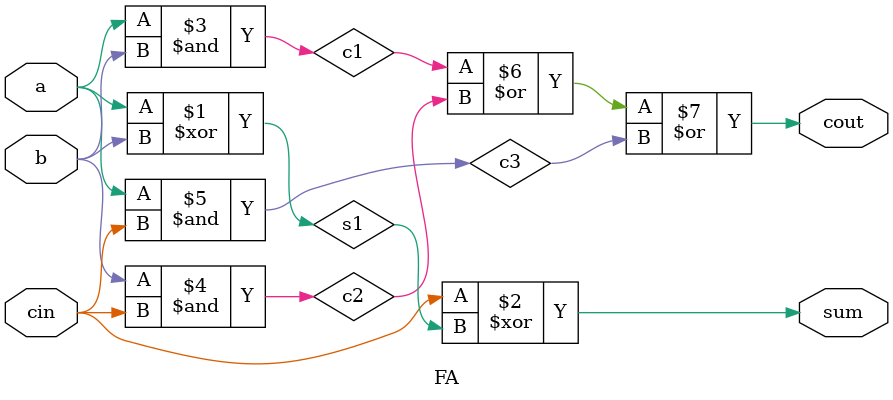
<source format=v>
module FA (cout, sum, a, b, cin);

input a,b,cin;
output sum,cout;

wire s1, c1, c2, c3;

xor (s1, a, b);
xor (sum, cin, s1);
and (c1, a, b);
and (c2, b, cin);
and (c3, a, cin);
or  (cout, c1, c2, c3);


endmodule
</source>
